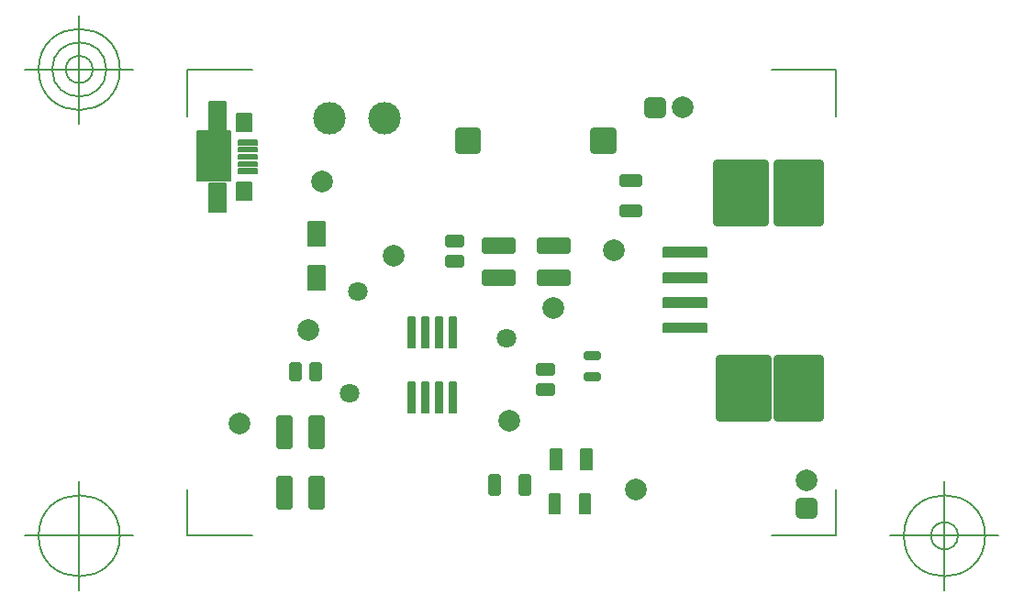
<source format=gbr>
G04 Generated by Ultiboard 14.0 *
%FSLAX34Y34*%
%MOMM*%

%ADD10C,0.0001*%
%ADD11C,0.0010*%
%ADD12C,0.1270*%
%ADD13R,1.0587X0.2753*%
%ADD14C,0.5832*%
%ADD15C,2.0000*%
%ADD16R,1.1857X0.5768*%
%ADD17R,1.0051X1.0051*%
%ADD18C,0.9949*%
%ADD19R,0.5768X1.1857*%
%ADD20R,2.4978X0.9738*%
%ADD21R,1.5500X2.2000*%
%ADD22C,0.1600*%
%ADD23R,0.5718X1.4818*%
%ADD24C,1.8000*%
%ADD25R,1.4818X0.5718*%
%ADD26R,0.9738X2.4978*%
%ADD27C,3.0000*%
%ADD28R,0.6100X2.8000*%
%ADD29R,1.4000X1.6000*%
%ADD30R,1.7000X0.3300*%
%ADD31R,1.7000X0.4000*%
%ADD32R,1.7000X0.3900*%
%ADD33R,1.5000X2.6000*%
%ADD34R,3.0000X2.5000*%
%ADD35R,3.0000X2.1000*%
%ADD36R,1.6510X1.6507*%
%ADD37C,0.7528*%
%ADD38R,1.0000X1.8000*%
%ADD39R,3.9000X5.4000*%
%ADD40C,0.7600*%
%ADD41R,4.4000X5.4000*%
%ADD42R,4.0000X0.8000*%


G04 ColorRGB FF00CC for the following layer *
%LNSolder Mask Top*%
%LPD*%
G54D10*
G54D11*
G36*
X69450Y950560D02*
X69450Y973560D01*
X82450Y973560D01*
X82450Y950560D01*
X69450Y950560D01*
G37*
G36*
X66450Y927060D02*
X66450Y945060D01*
X85450Y945060D01*
X85450Y927060D01*
X66450Y927060D01*
G37*
G36*
X93210Y948580D02*
X93210Y964560D01*
X107190Y964560D01*
X107190Y948580D01*
X93210Y948580D01*
G37*
G36*
X69450Y875560D02*
X69450Y898560D01*
X82450Y898560D01*
X82450Y875560D01*
X69450Y875560D01*
G37*
G36*
X66450Y904060D02*
X66450Y922060D01*
X85450Y922060D01*
X85450Y904060D01*
X66450Y904060D01*
G37*
G36*
X93205Y884570D02*
X93205Y900550D01*
X107185Y900550D01*
X107185Y884570D01*
X93205Y884570D01*
G37*
G54D12*
X48795Y574580D02*
X48795Y617652D01*
X48795Y574580D02*
X108632Y574580D01*
X647165Y574580D02*
X587328Y574580D01*
X647165Y574580D02*
X647165Y617652D01*
X647165Y1005300D02*
X647165Y962228D01*
X647165Y1005300D02*
X587328Y1005300D01*
X48795Y1005300D02*
X108632Y1005300D01*
X48795Y1005300D02*
X48795Y962228D01*
X-1205Y574580D02*
X-101205Y574580D01*
X-51205Y524580D02*
X-51205Y624580D01*
X-88705Y574580D02*
G75*
D01*
G02X-88705Y574580I37500J0*
G01*
X697165Y574580D02*
X797165Y574580D01*
X747165Y524580D02*
X747165Y624580D01*
X709665Y574580D02*
G75*
D01*
G02X709665Y574580I37500J0*
G01*
X734665Y574580D02*
G75*
D01*
G02X734665Y574580I12500J0*
G01*
X-1205Y1005300D02*
X-101205Y1005300D01*
X-51205Y955300D02*
X-51205Y1055300D01*
X-88705Y1005300D02*
G75*
D01*
G02X-88705Y1005300I37500J0*
G01*
X-76205Y1005300D02*
G75*
D01*
G02X-76205Y1005300I25000J0*
G01*
X-63705Y1005300D02*
G75*
D01*
G02X-63705Y1005300I12500J0*
G01*
G54D13*
X421640Y741045D03*
X421640Y721995D03*
G54D14*
X416347Y739669D02*
X426933Y739669D01*
X426933Y742421D01*
X416347Y742421D01*
X416347Y739669D01*D02*
X416347Y720619D02*
X426933Y720619D01*
X426933Y723371D01*
X416347Y723371D01*
X416347Y720619D01*D02*
X372887Y725605D02*
X384743Y725605D01*
X384743Y731373D01*
X372887Y731373D01*
X372887Y725605D01*D02*
X372887Y706978D02*
X384743Y706978D01*
X384743Y712746D01*
X372887Y712746D01*
X372887Y706978D01*D02*
X163386Y720471D02*
X169154Y720471D01*
X169154Y732327D01*
X163386Y732327D01*
X163386Y720471D01*D02*
X144759Y720471D02*
X150527Y720471D01*
X150527Y732327D01*
X144759Y732327D01*
X144759Y720471D01*D02*
X288712Y826003D02*
X300568Y826003D01*
X300568Y831771D01*
X288712Y831771D01*
X288712Y826003D01*D02*
X288712Y844629D02*
X300568Y844629D01*
X300568Y850397D01*
X288712Y850397D01*
X288712Y844629D01*D02*
X373591Y808354D02*
X398569Y808354D01*
X398569Y818092D01*
X373591Y818092D01*
X373591Y808354D01*D02*
X373591Y837988D02*
X398569Y837988D01*
X398569Y847726D01*
X373591Y847726D01*
X373591Y837988D01*D02*
X328611Y614591D02*
X334329Y614591D01*
X334329Y629409D01*
X328611Y629409D01*
X328611Y614591D01*D02*
X356551Y614591D02*
X362269Y614591D01*
X362269Y629409D01*
X356551Y629409D01*
X356551Y614591D01*D02*
X449791Y872171D02*
X464609Y872171D01*
X464609Y877889D01*
X449791Y877889D01*
X449791Y872171D01*D02*
X449791Y900111D02*
X464609Y900111D01*
X464609Y905829D01*
X449791Y905829D01*
X449791Y900111D01*D02*
X132714Y658071D02*
X142452Y658071D01*
X142452Y683049D01*
X132714Y683049D01*
X132714Y658071D01*D02*
X162348Y658071D02*
X172086Y658071D01*
X172086Y683049D01*
X162348Y683049D01*
X162348Y658071D01*D02*
X132714Y602191D02*
X142452Y602191D01*
X142452Y627169D01*
X132714Y627169D01*
X132714Y602191D01*D02*
X162348Y602191D02*
X172086Y602191D01*
X172086Y627169D01*
X162348Y627169D01*
X162348Y602191D01*D02*
X322791Y808354D02*
X347769Y808354D01*
X347769Y818092D01*
X322791Y818092D01*
X322791Y808354D01*D02*
X322791Y837988D02*
X347769Y837988D01*
X347769Y847726D01*
X322791Y847726D01*
X322791Y837988D01*D02*
G54D15*
X96520Y678180D03*
X505400Y970000D03*
X441960Y838200D03*
X238760Y833120D03*
X172720Y901700D03*
X160020Y764540D03*
X462280Y617220D03*
X345440Y680720D03*
X386080Y784860D03*
X620000Y625400D03*
G54D16*
X378815Y728489D03*
X378815Y709862D03*
X294640Y828887D03*
X294640Y847513D03*
G54D17*
X480000Y970000D03*
X620000Y600000D03*
G54D18*
X474975Y964975D02*
X485025Y964975D01*
X485025Y975025D01*
X474975Y975025D01*
X474975Y964975D01*D02*
X614975Y594975D02*
X625025Y594975D01*
X625025Y605025D01*
X614975Y605025D01*
X614975Y594975D01*D02*
G54D19*
X166270Y726399D03*
X147643Y726399D03*
G54D20*
X386080Y813223D03*
X386080Y842857D03*
X335280Y813223D03*
X335280Y842857D03*
G54D21*
X167640Y812620D03*
X167640Y853620D03*
G54D22*
X159890Y801620D02*
X175390Y801620D01*
X175390Y823620D01*
X159890Y823620D01*
X159890Y801620D01*D02*
X159890Y842620D02*
X175390Y842620D01*
X175390Y864620D01*
X159890Y864620D01*
X159890Y842620D01*D02*
X252220Y748200D02*
X258320Y748200D01*
X258320Y776200D01*
X252220Y776200D01*
X252220Y748200D01*D02*
X264920Y748200D02*
X271020Y748200D01*
X271020Y776200D01*
X264920Y776200D01*
X264920Y748200D01*D02*
X277620Y748200D02*
X283720Y748200D01*
X283720Y776200D01*
X277620Y776200D01*
X277620Y748200D01*D02*
X290320Y748200D02*
X296420Y748200D01*
X296420Y776200D01*
X290320Y776200D01*
X290320Y748200D01*D02*
X252220Y688200D02*
X258320Y688200D01*
X258320Y716200D01*
X252220Y716200D01*
X252220Y688200D01*D02*
X264920Y688200D02*
X271020Y688200D01*
X271020Y716200D01*
X264920Y716200D01*
X264920Y688200D01*D02*
X277620Y688200D02*
X283720Y688200D01*
X283720Y716200D01*
X277620Y716200D01*
X277620Y688200D01*D02*
X290320Y688200D02*
X296420Y688200D01*
X296420Y716200D01*
X290320Y716200D01*
X290320Y688200D01*D02*
X93700Y884560D02*
X107700Y884560D01*
X107700Y900560D01*
X93700Y900560D01*
X93700Y884560D01*D02*
X93700Y948560D02*
X107700Y948560D01*
X107700Y964560D01*
X93700Y964560D01*
X93700Y948560D01*D02*
X95450Y916410D02*
X112450Y916410D01*
X112450Y919710D01*
X95450Y919710D01*
X95450Y916410D01*D02*
X95450Y922560D02*
X112450Y922560D01*
X112450Y926560D01*
X95450Y926560D01*
X95450Y922560D01*D02*
X95450Y929410D02*
X112450Y929410D01*
X112450Y932710D01*
X95450Y932710D01*
X95450Y929410D01*D02*
X95450Y935610D02*
X112450Y935610D01*
X112450Y939510D01*
X95450Y939510D01*
X95450Y935610D01*D02*
X95450Y909610D02*
X112450Y909610D01*
X112450Y913510D01*
X95450Y913510D01*
X95450Y909610D01*D02*
X68700Y949060D02*
X83700Y949060D01*
X83700Y975060D01*
X68700Y975060D01*
X68700Y949060D01*D02*
X68700Y874060D02*
X83700Y874060D01*
X83700Y900060D01*
X68700Y900060D01*
X68700Y874060D01*D02*
X57800Y923560D02*
X87800Y923560D01*
X87800Y948560D01*
X57800Y948560D01*
X57800Y923560D01*D02*
X57800Y902560D02*
X87800Y902560D01*
X87800Y923560D01*
X57800Y923560D01*
X57800Y902560D01*D02*
X383620Y636160D02*
X393620Y636160D01*
X393620Y654160D01*
X383620Y654160D01*
X383620Y636160D01*D02*
X411560Y636160D02*
X421560Y636160D01*
X421560Y654160D01*
X411560Y654160D01*
X411560Y636160D01*D02*
X382405Y595395D02*
X392405Y595395D01*
X392405Y613395D01*
X382405Y613395D01*
X382405Y595395D01*D02*
X410345Y595395D02*
X420345Y595395D01*
X420345Y613395D01*
X410345Y613395D01*
X410345Y595395D01*D02*
X488000Y762560D02*
X528000Y762560D01*
X528000Y770560D01*
X488000Y770560D01*
X488000Y762560D01*D02*
X488000Y785940D02*
X528000Y785940D01*
X528000Y793940D01*
X488000Y793940D01*
X488000Y785940D01*D02*
X488000Y808800D02*
X528000Y808800D01*
X528000Y816800D01*
X488000Y816800D01*
X488000Y808800D01*D02*
X488000Y832560D02*
X528000Y832560D01*
X528000Y840560D01*
X488000Y840560D01*
X488000Y832560D01*D02*
G54D23*
X331470Y622000D03*
X359410Y622000D03*
G54D24*
X205740Y800100D03*
X198120Y706120D03*
X342900Y756920D03*
G54D25*
X457200Y875030D03*
X457200Y902970D03*
G54D26*
X137583Y670560D03*
X167217Y670560D03*
X137583Y614680D03*
X167217Y614680D03*
G54D27*
X180000Y960000D03*
X230800Y960000D03*
G54D28*
X255270Y762200D03*
X267970Y762200D03*
X280670Y762200D03*
X293370Y762200D03*
X255270Y702200D03*
X267970Y702200D03*
X280670Y702200D03*
X293370Y702200D03*
G54D29*
X100700Y892560D03*
X100700Y956560D03*
G54D30*
X103950Y918060D03*
X103950Y931060D03*
G54D31*
X103950Y924560D03*
G54D32*
X103950Y937560D03*
X103950Y911560D03*
G54D33*
X76200Y962060D03*
X76200Y887060D03*
G54D34*
X72800Y936060D03*
G54D35*
X72800Y913060D03*
G54D36*
X431800Y939800D03*
X306917Y939800D03*
G54D37*
X423545Y931547D02*
X440055Y931547D01*
X440055Y948053D01*
X423545Y948053D01*
X423545Y931547D01*D02*
X298662Y931547D02*
X315172Y931547D01*
X315172Y948053D01*
X298662Y948053D01*
X298662Y931547D01*D02*
G54D38*
X388620Y645160D03*
X416560Y645160D03*
X387405Y604395D03*
X415345Y604395D03*
G54D39*
X612000Y891540D03*
X612000Y711200D03*
G54D40*
X592500Y864540D02*
X631500Y864540D01*
X631500Y918540D01*
X592500Y918540D01*
X592500Y864540D01*D02*
X592500Y684200D02*
X631500Y684200D01*
X631500Y738200D01*
X592500Y738200D01*
X592500Y684200D01*D02*
X536800Y864540D02*
X580800Y864540D01*
X580800Y918540D01*
X536800Y918540D01*
X536800Y864540D01*D02*
X539340Y684200D02*
X583340Y684200D01*
X583340Y738200D01*
X539340Y738200D01*
X539340Y684200D01*D02*
G54D41*
X558800Y891540D03*
X561340Y711200D03*
G54D42*
X508000Y766560D03*
X508000Y789940D03*
X508000Y812800D03*
X508000Y836560D03*

M02*

</source>
